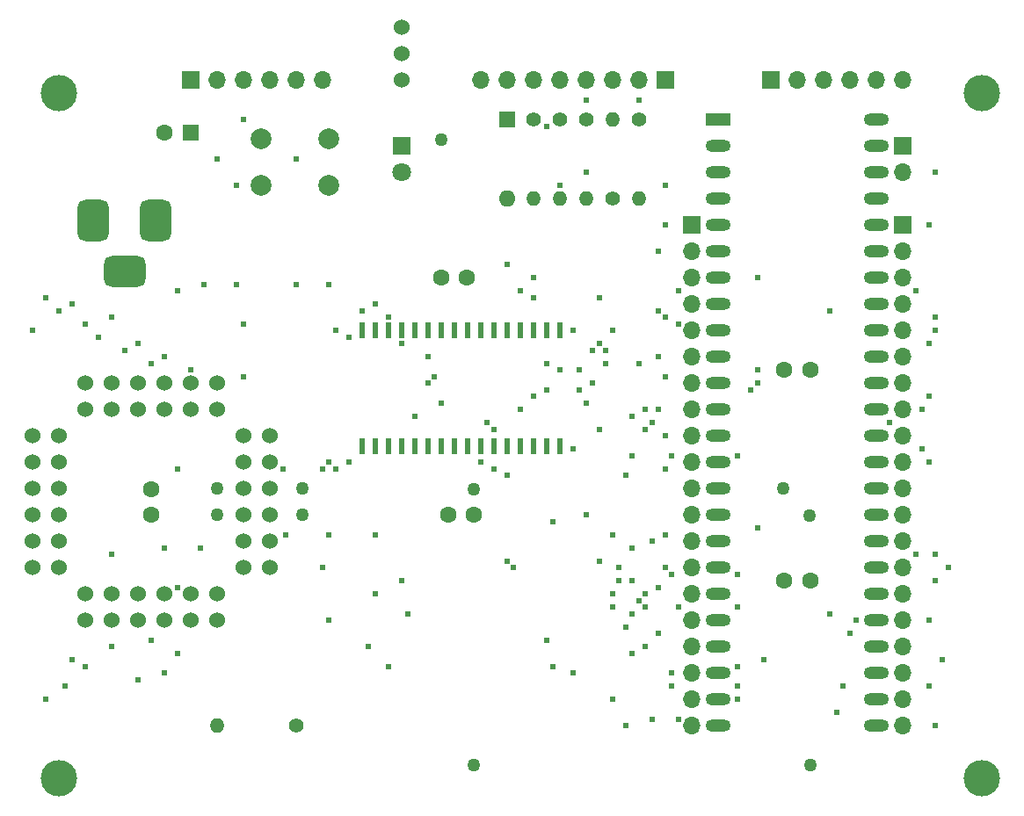
<source format=gts>
G04 #@! TF.GenerationSoftware,KiCad,Pcbnew,(7.0.0)*
G04 #@! TF.CreationDate,2023-04-01T19:44:55+09:00*
G04 #@! TF.ProjectId,EMUPU_RAM,454d5550-555f-4524-914d-2e6b69636164,rev?*
G04 #@! TF.SameCoordinates,PX4fefde0PY8670810*
G04 #@! TF.FileFunction,Soldermask,Top*
G04 #@! TF.FilePolarity,Negative*
%FSLAX46Y46*%
G04 Gerber Fmt 4.6, Leading zero omitted, Abs format (unit mm)*
G04 Created by KiCad (PCBNEW (7.0.0)) date 2023-04-01 19:44:55*
%MOMM*%
%LPD*%
G01*
G04 APERTURE LIST*
G04 Aperture macros list*
%AMRoundRect*
0 Rectangle with rounded corners*
0 $1 Rounding radius*
0 $2 $3 $4 $5 $6 $7 $8 $9 X,Y pos of 4 corners*
0 Add a 4 corners polygon primitive as box body*
4,1,4,$2,$3,$4,$5,$6,$7,$8,$9,$2,$3,0*
0 Add four circle primitives for the rounded corners*
1,1,$1+$1,$2,$3*
1,1,$1+$1,$4,$5*
1,1,$1+$1,$6,$7*
1,1,$1+$1,$8,$9*
0 Add four rect primitives between the rounded corners*
20,1,$1+$1,$2,$3,$4,$5,0*
20,1,$1+$1,$4,$5,$6,$7,0*
20,1,$1+$1,$6,$7,$8,$9,0*
20,1,$1+$1,$8,$9,$2,$3,0*%
G04 Aperture macros list end*
%ADD10R,1.800000X1.800000*%
%ADD11C,1.800000*%
%ADD12C,1.600000*%
%ADD13C,1.400000*%
%ADD14O,1.400000X1.400000*%
%ADD15R,1.600000X1.600000*%
%ADD16O,1.600000X1.600000*%
%ADD17C,1.524000*%
%ADD18R,2.400000X1.200000*%
%ADD19O,2.400000X1.200000*%
%ADD20C,3.500000*%
%ADD21R,1.700000X1.700000*%
%ADD22O,1.700000X1.700000*%
%ADD23R,0.600000X1.600000*%
%ADD24C,2.000000*%
%ADD25RoundRect,0.750000X-0.750000X-1.250000X0.750000X-1.250000X0.750000X1.250000X-0.750000X1.250000X0*%
%ADD26RoundRect,0.750000X-1.250000X-0.750000X1.250000X-0.750000X1.250000X0.750000X-1.250000X0.750000X0*%
%ADD27C,1.270000*%
%ADD28C,0.610000*%
G04 APERTURE END LIST*
D10*
X38099999Y64769999D03*
D11*
X38100000Y62230000D03*
D12*
X44410000Y52070000D03*
X41910000Y52070000D03*
D13*
X60960000Y67310000D03*
D14*
X60959999Y59689999D03*
D15*
X48259999Y67309999D03*
D16*
X48259999Y59689999D03*
D17*
X38100000Y71120000D03*
X38100000Y73660000D03*
X38100000Y76200000D03*
D18*
X68579999Y67309999D03*
D19*
X68579999Y64769999D03*
X68579999Y62229999D03*
X68579999Y59689999D03*
X68579999Y57149999D03*
X68579999Y54609999D03*
X68579999Y52069999D03*
X68579999Y49529999D03*
X68579999Y46989999D03*
X68579999Y44449999D03*
X68579999Y41909999D03*
X68579999Y39369999D03*
X68579999Y36829999D03*
X68579999Y34289999D03*
X68579999Y31749999D03*
X68579999Y29209999D03*
X68579999Y26669999D03*
X68579999Y24129999D03*
X68579999Y21589999D03*
X68579999Y19049999D03*
X68579999Y16509999D03*
X68579999Y13969999D03*
X68579999Y11429999D03*
X68579999Y8889999D03*
X83819999Y8889999D03*
X83819999Y11429999D03*
X83819999Y13969999D03*
X83819999Y16509999D03*
X83819999Y19049999D03*
X83819999Y21589999D03*
X83819999Y24129999D03*
X83819999Y26669999D03*
X83819999Y29209999D03*
X83819999Y31749999D03*
X83819999Y34289999D03*
X83819999Y36829999D03*
X83819999Y39369999D03*
X83819999Y41909999D03*
X83819999Y44449999D03*
X83819999Y46989999D03*
X83819999Y49529999D03*
X83819999Y52069999D03*
X83819999Y54609999D03*
X83819999Y57149999D03*
X83819999Y59689999D03*
X83819999Y62229999D03*
X83819999Y64769999D03*
X83819999Y67309999D03*
D20*
X5080000Y3810000D03*
D21*
X86359999Y64769999D03*
D22*
X86359999Y62229999D03*
D23*
X53339999Y46989999D03*
X52069999Y46989999D03*
X50799999Y46989999D03*
X49529999Y46989999D03*
X48259999Y46989999D03*
X46989999Y46989999D03*
X45719999Y46989999D03*
X44439999Y46989999D03*
X43189999Y46989999D03*
X41909999Y46989999D03*
X40639999Y46989999D03*
X39369999Y46989999D03*
X38099999Y46989999D03*
X36829999Y46989999D03*
X35559999Y46989999D03*
X34289999Y46989999D03*
X34289999Y35789999D03*
X35559999Y35789999D03*
X36829999Y35789999D03*
X38099999Y35789999D03*
X39369999Y35789999D03*
X40639999Y35789999D03*
X41909999Y35789999D03*
X43189999Y35789999D03*
X44439999Y35789999D03*
X45719999Y35789999D03*
X46989999Y35789999D03*
X48259999Y35789999D03*
X49529999Y35789999D03*
X50799999Y35789999D03*
X52069999Y35789999D03*
X53339999Y35789999D03*
D13*
X58420000Y59690000D03*
D14*
X58419999Y67309999D03*
D21*
X63499999Y71119999D03*
D22*
X60959999Y71119999D03*
X58419999Y71119999D03*
X55879999Y71119999D03*
X53339999Y71119999D03*
X50799999Y71119999D03*
X48259999Y71119999D03*
X45719999Y71119999D03*
D12*
X74970000Y22860000D03*
X77470000Y22860000D03*
D20*
X5080000Y69850000D03*
D13*
X27940000Y8890000D03*
D14*
X20319999Y8889999D03*
D20*
X93980000Y3810000D03*
D17*
X2540000Y36830000D03*
X5080000Y36830000D03*
X2540000Y34290000D03*
X5080000Y34290000D03*
X2540000Y31750000D03*
X5080000Y31750000D03*
X2540000Y29210000D03*
X5080000Y29210000D03*
X2540000Y26670000D03*
X5080000Y26670000D03*
X2540000Y24130000D03*
X5080000Y24130000D03*
X7620000Y19050000D03*
X7620000Y21590000D03*
X10160000Y19050000D03*
X10160000Y21590000D03*
X12700000Y19050000D03*
X12700000Y21590000D03*
X15240000Y19050000D03*
X15240000Y21590000D03*
X17780000Y19050000D03*
X17780000Y21590000D03*
X20320000Y19050000D03*
X20320000Y21590000D03*
X25400000Y24130000D03*
X22860000Y24130000D03*
X25400000Y26670000D03*
X22860000Y26670000D03*
X25400000Y29210000D03*
X22860000Y29210000D03*
X25400000Y31750000D03*
X22860000Y31750000D03*
X25400000Y34290000D03*
X22860000Y34290000D03*
X25400000Y36830000D03*
X22860000Y36830000D03*
X20320000Y41910000D03*
X20320000Y39370000D03*
X17780000Y41910000D03*
X17780000Y39370000D03*
X15240000Y41910000D03*
X15240000Y39370000D03*
X12700000Y41910000D03*
X12700000Y39370000D03*
X10160000Y41910000D03*
X10160000Y39370000D03*
X7620000Y41910000D03*
X7620000Y39370000D03*
D12*
X13970000Y29210000D03*
X13970000Y31710000D03*
D13*
X50800000Y67310000D03*
D14*
X50799999Y59689999D03*
D13*
X55880000Y67310000D03*
D14*
X55879999Y59689999D03*
D21*
X17779999Y71119999D03*
D22*
X20319999Y71119999D03*
X22859999Y71119999D03*
X25399999Y71119999D03*
X27939999Y71119999D03*
X30479999Y71119999D03*
D12*
X42585000Y29235400D03*
X45085000Y29235400D03*
X74970000Y43180000D03*
X77470000Y43180000D03*
D20*
X93980000Y69850000D03*
D21*
X73659999Y71119999D03*
D22*
X76199999Y71119999D03*
X78739999Y71119999D03*
X81279999Y71119999D03*
X83819999Y71119999D03*
X86359999Y71119999D03*
D24*
X31115000Y60960000D03*
X24615000Y60960000D03*
X31115000Y65460000D03*
X24615000Y65460000D03*
D25*
X14430000Y57605000D03*
X8430000Y57605000D03*
D26*
X11430000Y52705000D03*
D21*
X86359999Y57149999D03*
D22*
X86359999Y54609999D03*
X86359999Y52069999D03*
X86359999Y49529999D03*
X86359999Y46989999D03*
X86359999Y44449999D03*
X86359999Y41909999D03*
X86359999Y39369999D03*
X86359999Y36829999D03*
X86359999Y34289999D03*
X86359999Y31749999D03*
X86359999Y29209999D03*
X86359999Y26669999D03*
X86359999Y24129999D03*
X86359999Y21589999D03*
X86359999Y19049999D03*
X86359999Y16509999D03*
X86359999Y13969999D03*
X86359999Y11429999D03*
X86359999Y8889999D03*
D13*
X53340000Y67310000D03*
D14*
X53339999Y59689999D03*
D21*
X66039999Y57149999D03*
D22*
X66039999Y54609999D03*
X66039999Y52069999D03*
X66039999Y49529999D03*
X66039999Y46989999D03*
X66039999Y44449999D03*
X66039999Y41909999D03*
X66039999Y39369999D03*
X66039999Y36829999D03*
X66039999Y34289999D03*
X66039999Y31749999D03*
X66039999Y29209999D03*
X66039999Y26669999D03*
X66039999Y24129999D03*
X66039999Y21589999D03*
X66039999Y19049999D03*
X66039999Y16509999D03*
X66039999Y13969999D03*
X66039999Y11429999D03*
X66039999Y8889999D03*
D15*
X17779999Y66039999D03*
D12*
X15280000Y66040000D03*
D27*
X20320000Y29210000D03*
D28*
X55880000Y69215000D03*
D27*
X74904600Y31750000D03*
X28575000Y29210000D03*
D28*
X60960000Y69215000D03*
X30480000Y33655000D03*
X48895000Y24130000D03*
X26670000Y33655000D03*
X30480000Y24130000D03*
X22225000Y51435000D03*
X22225000Y60960000D03*
X19050000Y51435000D03*
X18770500Y26035000D03*
X53340000Y60960000D03*
X15240000Y26035000D03*
X63500000Y60960000D03*
X55880000Y62230000D03*
X89535000Y48260000D03*
X89535000Y62230000D03*
X58420000Y46990000D03*
X54610000Y46990000D03*
X57785000Y43815000D03*
X13970000Y43815000D03*
X88900000Y45720000D03*
X57785000Y45085000D03*
X52070000Y43815000D03*
X88900000Y57150000D03*
X50800000Y52070000D03*
X3810000Y50165000D03*
X50800000Y50165000D03*
X64770000Y50800000D03*
X16510000Y50800000D03*
X64770000Y47625000D03*
X49530000Y50800000D03*
X16510000Y33655000D03*
X57150000Y37465000D03*
X46990000Y37465000D03*
X57150000Y24765000D03*
X61595000Y21590000D03*
X61595000Y37465000D03*
X46355000Y38100000D03*
D27*
X28575000Y31750000D03*
X45058555Y5080000D03*
X45034200Y31724600D03*
X41910000Y65405000D03*
X77419200Y29184600D03*
X20320000Y31750000D03*
D28*
X48260000Y53340000D03*
D27*
X77470000Y5080000D03*
D28*
X55880000Y29210000D03*
X41910000Y40005000D03*
X55880000Y40005000D03*
X62865000Y39370000D03*
X40640000Y44450000D03*
X15240000Y44450000D03*
X62865000Y44450000D03*
X12700000Y45720000D03*
X87630000Y50800000D03*
X38100000Y45720000D03*
X57150000Y45720000D03*
X57150000Y50165000D03*
X10160000Y48260000D03*
X63500000Y57150000D03*
X63500000Y48260000D03*
X36830000Y48260000D03*
X35560000Y49530000D03*
X6350000Y49530000D03*
X62865000Y54610000D03*
X34290000Y48895000D03*
X62865000Y48895000D03*
X5080000Y48895000D03*
X79375000Y19685000D03*
X61595000Y20320000D03*
X64770000Y20320000D03*
X10160000Y16510000D03*
X34925000Y16510000D03*
X61595000Y16510000D03*
X70485000Y20320000D03*
X79375000Y48895000D03*
X16510000Y22225000D03*
X35560000Y21590000D03*
X16510000Y15875000D03*
X58420000Y27305000D03*
X60325000Y15875000D03*
X58420000Y21590000D03*
X60325000Y19685000D03*
X87630000Y25400000D03*
X89535000Y46990000D03*
X81915000Y19050000D03*
X89535000Y25400000D03*
X35560000Y27305000D03*
X52705000Y14605000D03*
X52705000Y28575000D03*
X7620000Y14605000D03*
X72390000Y41910000D03*
X36830000Y14605000D03*
X72390000Y27940000D03*
X59055000Y22860000D03*
X63500000Y24130000D03*
X71755000Y41275000D03*
X38100000Y22860000D03*
X59055000Y24130000D03*
X39370000Y38735000D03*
X60325000Y38735000D03*
X60325000Y34925000D03*
X70485000Y34925000D03*
X64135000Y34925000D03*
X11430000Y45085000D03*
X56515000Y45085000D03*
X56515000Y41910000D03*
X40640000Y41910000D03*
X63500000Y36830000D03*
X7620000Y47625000D03*
X22860000Y47625000D03*
X41275000Y42545000D03*
X63500000Y42545000D03*
X22860000Y42545000D03*
X33020000Y34290000D03*
X45720000Y34290000D03*
X8890000Y46355000D03*
X33020000Y46355000D03*
X46990000Y33655000D03*
X63500000Y27305000D03*
X63500000Y33655000D03*
X31750000Y46990000D03*
X2540000Y46990000D03*
X31750000Y33655000D03*
X61595000Y39370000D03*
X62230000Y38100000D03*
X49530000Y39370000D03*
X85090000Y38100000D03*
X50800000Y40640000D03*
X88900000Y40640000D03*
X88900000Y34290000D03*
X72390000Y43180000D03*
X55245000Y41275000D03*
X55245000Y43180000D03*
X52070000Y41275000D03*
X72390000Y52070000D03*
X88265000Y35560000D03*
X17780000Y43180000D03*
X53340000Y43180000D03*
X54610000Y35560000D03*
X88265000Y39370000D03*
X22860000Y67310000D03*
X10160000Y25400000D03*
X90805000Y24130000D03*
X90170000Y15240000D03*
X12700000Y13335000D03*
X60325000Y22860000D03*
X60325000Y26035000D03*
X64770000Y9525000D03*
X62230000Y26670000D03*
X62230000Y9525000D03*
X88900000Y19050000D03*
X70485000Y11430000D03*
X88900000Y12700000D03*
X70485000Y14605000D03*
X15240000Y13970000D03*
X54610000Y13970000D03*
X64135000Y13970000D03*
X64135000Y23495000D03*
X89535000Y8890000D03*
X70485000Y23495000D03*
X89535000Y22860000D03*
X60960000Y43815000D03*
X60960000Y20955000D03*
X31115000Y27305000D03*
X26924000Y27261256D03*
X31115000Y19050000D03*
X58420000Y20320000D03*
X58420000Y11430000D03*
X59690000Y8890000D03*
X59690000Y18415000D03*
X52070000Y66675000D03*
X13970000Y17145000D03*
X52070000Y17145000D03*
X38735000Y19685000D03*
X59690000Y33020000D03*
X48260000Y24765000D03*
X48260000Y33020000D03*
X73025000Y15240000D03*
X6350000Y15240000D03*
X80010000Y10160000D03*
X3810000Y11430000D03*
X5715000Y12700000D03*
X64135000Y12700000D03*
X70485000Y12700000D03*
X80645000Y12700000D03*
X81280000Y17780000D03*
X62865000Y22225000D03*
X62865000Y17780000D03*
X31115000Y34290000D03*
X31115000Y51435000D03*
X20320000Y63500000D03*
X27940000Y51435000D03*
X27940000Y63500000D03*
M02*

</source>
